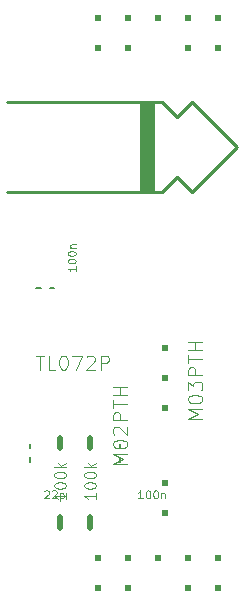
<source format=gbr>
%TF.GenerationSoftware,KiCad,Pcbnew,(5.1.5)-3*%
%TF.CreationDate,2020-03-15T10:13:34-07:00*%
%TF.ProjectId,bbf-audio_out_v1,6262662d-6175-4646-996f-5f6f75745f76,rev?*%
%TF.SameCoordinates,Original*%
%TF.FileFunction,Other,Fab,Top*%
%FSLAX46Y46*%
G04 Gerber Fmt 4.6, Leading zero omitted, Abs format (unit mm)*
G04 Created by KiCad (PCBNEW (5.1.5)-3) date 2020-03-15 10:13:34*
%MOMM*%
%LPD*%
G04 APERTURE LIST*
%ADD10C,0.100000*%
%ADD11C,0.254000*%
%ADD12C,0.508000*%
%ADD13C,0.152400*%
%ADD14C,0.120650*%
%ADD15C,0.094107*%
%ADD16C,0.067564*%
%ADD17C,0.096520*%
G04 APERTURE END LIST*
D10*
%TO.C,JP1*%
G36*
X153835100Y-81122600D02*
G01*
X153835100Y-80614600D01*
X153327100Y-80614600D01*
X153327100Y-81122600D01*
X153835100Y-81122600D01*
G37*
G36*
X153835100Y-83662600D02*
G01*
X153835100Y-83154600D01*
X153327100Y-83154600D01*
X153327100Y-83662600D01*
X153835100Y-83662600D01*
G37*
G36*
X156375100Y-83662600D02*
G01*
X156375100Y-83154600D01*
X155867100Y-83154600D01*
X155867100Y-83662600D01*
X156375100Y-83662600D01*
G37*
G36*
X156375100Y-81122600D02*
G01*
X156375100Y-80614600D01*
X155867100Y-80614600D01*
X155867100Y-81122600D01*
X156375100Y-81122600D01*
G37*
G36*
X151295100Y-81122600D02*
G01*
X151295100Y-80614600D01*
X150787100Y-80614600D01*
X150787100Y-81122600D01*
X151295100Y-81122600D01*
G37*
G36*
X148755100Y-83662600D02*
G01*
X148755100Y-83154600D01*
X148247100Y-83154600D01*
X148247100Y-83662600D01*
X148755100Y-83662600D01*
G37*
G36*
X148755100Y-81122600D02*
G01*
X148755100Y-80614600D01*
X148247100Y-80614600D01*
X148247100Y-81122600D01*
X148755100Y-81122600D01*
G37*
G36*
X146215100Y-81122600D02*
G01*
X146215100Y-80614600D01*
X145707100Y-80614600D01*
X145707100Y-81122600D01*
X146215100Y-81122600D01*
G37*
G36*
X146215100Y-83662600D02*
G01*
X146215100Y-83154600D01*
X145707100Y-83154600D01*
X145707100Y-83662600D01*
X146215100Y-83662600D01*
G37*
%TO.C,JP3*%
G36*
X153835100Y-126842600D02*
G01*
X153835100Y-126334600D01*
X153327100Y-126334600D01*
X153327100Y-126842600D01*
X153835100Y-126842600D01*
G37*
G36*
X153835100Y-129382600D02*
G01*
X153835100Y-128874600D01*
X153327100Y-128874600D01*
X153327100Y-129382600D01*
X153835100Y-129382600D01*
G37*
G36*
X156375100Y-129382600D02*
G01*
X156375100Y-128874600D01*
X155867100Y-128874600D01*
X155867100Y-129382600D01*
X156375100Y-129382600D01*
G37*
G36*
X156375100Y-126842600D02*
G01*
X156375100Y-126334600D01*
X155867100Y-126334600D01*
X155867100Y-126842600D01*
X156375100Y-126842600D01*
G37*
G36*
X151295100Y-126842600D02*
G01*
X151295100Y-126334600D01*
X150787100Y-126334600D01*
X150787100Y-126842600D01*
X151295100Y-126842600D01*
G37*
G36*
X148755100Y-129382600D02*
G01*
X148755100Y-128874600D01*
X148247100Y-128874600D01*
X148247100Y-129382600D01*
X148755100Y-129382600D01*
G37*
G36*
X148755100Y-126842600D02*
G01*
X148755100Y-126334600D01*
X148247100Y-126334600D01*
X148247100Y-126842600D01*
X148755100Y-126842600D01*
G37*
G36*
X146215100Y-126842600D02*
G01*
X146215100Y-126334600D01*
X145707100Y-126334600D01*
X145707100Y-126842600D01*
X146215100Y-126842600D01*
G37*
G36*
X146215100Y-129382600D02*
G01*
X146215100Y-128874600D01*
X145707100Y-128874600D01*
X145707100Y-129382600D01*
X146215100Y-129382600D01*
G37*
%TO.C,J5*%
G36*
X150791100Y-87968600D02*
G01*
X149521100Y-87968600D01*
X149521100Y-95588600D01*
X150791100Y-95588600D01*
X150791100Y-87968600D01*
G37*
D11*
X151426100Y-87968600D02*
X138294100Y-87968600D01*
X152696100Y-89238600D02*
X151426100Y-87968600D01*
X153966100Y-87968600D02*
X152696100Y-89238600D01*
X157776100Y-91778600D02*
X153966100Y-87968600D01*
X153966100Y-95588600D02*
X157776100Y-91778600D01*
X152696100Y-94318600D02*
X153966100Y-95588600D01*
X151426100Y-95588600D02*
X152696100Y-94318600D01*
X138294100Y-95588600D02*
X151426100Y-95588600D01*
D12*
%TO.C,R1*%
X142786100Y-116428600D02*
X142786100Y-117317600D01*
X142786100Y-124048600D02*
X142786100Y-123159600D01*
D13*
%TO.C,C1*%
X140246100Y-117317600D02*
X140246100Y-116936600D01*
X140246100Y-118460600D02*
X140246100Y-118079600D01*
D12*
%TO.C,R2*%
X145326100Y-116428600D02*
X145326100Y-117317600D01*
X145326100Y-124048600D02*
X145326100Y-123159600D01*
D10*
%TO.C,JP2*%
G36*
X151422100Y-119984600D02*
G01*
X151422100Y-120492600D01*
X151930100Y-120492600D01*
X151930100Y-119984600D01*
X151422100Y-119984600D01*
G37*
G36*
X151422100Y-122524600D02*
G01*
X151422100Y-123032600D01*
X151930100Y-123032600D01*
X151930100Y-122524600D01*
X151422100Y-122524600D01*
G37*
%TO.C,JP4*%
G36*
X151930100Y-114142600D02*
G01*
X151930100Y-113634600D01*
X151422100Y-113634600D01*
X151422100Y-114142600D01*
X151930100Y-114142600D01*
G37*
G36*
X151930100Y-111602600D02*
G01*
X151930100Y-111094600D01*
X151422100Y-111094600D01*
X151422100Y-111602600D01*
X151930100Y-111602600D01*
G37*
G36*
X151930100Y-109062600D02*
G01*
X151930100Y-108554600D01*
X151422100Y-108554600D01*
X151422100Y-109062600D01*
X151930100Y-109062600D01*
G37*
D13*
%TO.C,C2*%
X147866100Y-118079600D02*
X147866100Y-118460600D01*
X147866100Y-116936600D02*
X147866100Y-117317600D01*
%TO.C,C3*%
X141135100Y-103728600D02*
X140754100Y-103728600D01*
X142278100Y-103728600D02*
X141897100Y-103728600D01*
%TD*%
%TO.C,IC1*%
D14*
X140693427Y-109449647D02*
X141382855Y-109449647D01*
X141038141Y-110656147D02*
X141038141Y-109449647D01*
X142359546Y-110656147D02*
X141785022Y-110656147D01*
X141785022Y-109449647D01*
X142991522Y-109449647D02*
X143106427Y-109449647D01*
X143221332Y-109507100D01*
X143278784Y-109564552D01*
X143336236Y-109679457D01*
X143393689Y-109909266D01*
X143393689Y-110196528D01*
X143336236Y-110426338D01*
X143278784Y-110541242D01*
X143221332Y-110598695D01*
X143106427Y-110656147D01*
X142991522Y-110656147D01*
X142876617Y-110598695D01*
X142819165Y-110541242D01*
X142761712Y-110426338D01*
X142704260Y-110196528D01*
X142704260Y-109909266D01*
X142761712Y-109679457D01*
X142819165Y-109564552D01*
X142876617Y-109507100D01*
X142991522Y-109449647D01*
X143795855Y-109449647D02*
X144600189Y-109449647D01*
X144083117Y-110656147D01*
X145002355Y-109564552D02*
X145059808Y-109507100D01*
X145174712Y-109449647D01*
X145461974Y-109449647D01*
X145576879Y-109507100D01*
X145634332Y-109564552D01*
X145691784Y-109679457D01*
X145691784Y-109794361D01*
X145634332Y-109966719D01*
X144944903Y-110656147D01*
X145691784Y-110656147D01*
X146208855Y-110656147D02*
X146208855Y-109449647D01*
X146668474Y-109449647D01*
X146783379Y-109507100D01*
X146840832Y-109564552D01*
X146898284Y-109679457D01*
X146898284Y-109851814D01*
X146840832Y-109966719D01*
X146783379Y-110024171D01*
X146668474Y-110081623D01*
X146208855Y-110081623D01*
%TO.C,R1*%
D15*
X143223887Y-121086024D02*
X143223887Y-121623779D01*
X143223887Y-121354901D02*
X142282817Y-121354901D01*
X142417255Y-121444527D01*
X142506881Y-121534153D01*
X142551694Y-121623779D01*
X142282817Y-120503457D02*
X142282817Y-120413831D01*
X142327630Y-120324206D01*
X142372442Y-120279393D01*
X142462068Y-120234580D01*
X142641320Y-120189767D01*
X142865384Y-120189767D01*
X143044635Y-120234580D01*
X143134261Y-120279393D01*
X143179074Y-120324206D01*
X143223887Y-120413831D01*
X143223887Y-120503457D01*
X143179074Y-120593083D01*
X143134261Y-120637896D01*
X143044635Y-120682709D01*
X142865384Y-120727521D01*
X142641320Y-120727521D01*
X142462068Y-120682709D01*
X142372442Y-120637896D01*
X142327630Y-120593083D01*
X142282817Y-120503457D01*
X142282817Y-119607200D02*
X142282817Y-119517574D01*
X142327630Y-119427949D01*
X142372442Y-119383136D01*
X142462068Y-119338323D01*
X142641320Y-119293510D01*
X142865384Y-119293510D01*
X143044635Y-119338323D01*
X143134261Y-119383136D01*
X143179074Y-119427949D01*
X143223887Y-119517574D01*
X143223887Y-119607200D01*
X143179074Y-119696826D01*
X143134261Y-119741639D01*
X143044635Y-119786451D01*
X142865384Y-119831264D01*
X142641320Y-119831264D01*
X142462068Y-119786451D01*
X142372442Y-119741639D01*
X142327630Y-119696826D01*
X142282817Y-119607200D01*
X143223887Y-118890194D02*
X142282817Y-118890194D01*
X142865384Y-118800569D02*
X143223887Y-118531691D01*
X142596507Y-118531691D02*
X142955010Y-118890194D01*
%TO.C,C1*%
D16*
X141434709Y-120928633D02*
X141466883Y-120896460D01*
X141531229Y-120864286D01*
X141692096Y-120864286D01*
X141756443Y-120896460D01*
X141788616Y-120928633D01*
X141820789Y-120992980D01*
X141820789Y-121057326D01*
X141788616Y-121153846D01*
X141402536Y-121539926D01*
X141820789Y-121539926D01*
X142078176Y-120928633D02*
X142110349Y-120896460D01*
X142174696Y-120864286D01*
X142335563Y-120864286D01*
X142399909Y-120896460D01*
X142432083Y-120928633D01*
X142464256Y-120992980D01*
X142464256Y-121057326D01*
X142432083Y-121153846D01*
X142046003Y-121539926D01*
X142464256Y-121539926D01*
X142753816Y-121089500D02*
X142753816Y-121765140D01*
X142753816Y-121121673D02*
X142818163Y-121089500D01*
X142946856Y-121089500D01*
X143011203Y-121121673D01*
X143043376Y-121153846D01*
X143075549Y-121218193D01*
X143075549Y-121411233D01*
X143043376Y-121475580D01*
X143011203Y-121507753D01*
X142946856Y-121539926D01*
X142818163Y-121539926D01*
X142753816Y-121507753D01*
%TO.C,R2*%
D15*
X145763887Y-121086024D02*
X145763887Y-121623779D01*
X145763887Y-121354901D02*
X144822817Y-121354901D01*
X144957255Y-121444527D01*
X145046881Y-121534153D01*
X145091694Y-121623779D01*
X144822817Y-120503457D02*
X144822817Y-120413831D01*
X144867630Y-120324206D01*
X144912442Y-120279393D01*
X145002068Y-120234580D01*
X145181320Y-120189767D01*
X145405384Y-120189767D01*
X145584635Y-120234580D01*
X145674261Y-120279393D01*
X145719074Y-120324206D01*
X145763887Y-120413831D01*
X145763887Y-120503457D01*
X145719074Y-120593083D01*
X145674261Y-120637896D01*
X145584635Y-120682709D01*
X145405384Y-120727521D01*
X145181320Y-120727521D01*
X145002068Y-120682709D01*
X144912442Y-120637896D01*
X144867630Y-120593083D01*
X144822817Y-120503457D01*
X144822817Y-119607200D02*
X144822817Y-119517574D01*
X144867630Y-119427949D01*
X144912442Y-119383136D01*
X145002068Y-119338323D01*
X145181320Y-119293510D01*
X145405384Y-119293510D01*
X145584635Y-119338323D01*
X145674261Y-119383136D01*
X145719074Y-119427949D01*
X145763887Y-119517574D01*
X145763887Y-119607200D01*
X145719074Y-119696826D01*
X145674261Y-119741639D01*
X145584635Y-119786451D01*
X145405384Y-119831264D01*
X145181320Y-119831264D01*
X145002068Y-119786451D01*
X144912442Y-119741639D01*
X144867630Y-119696826D01*
X144822817Y-119607200D01*
X145763887Y-118890194D02*
X144822817Y-118890194D01*
X145405384Y-118800569D02*
X145763887Y-118531691D01*
X145136507Y-118531691D02*
X145495010Y-118890194D01*
%TO.C,JP2*%
D17*
X148443647Y-118618600D02*
X147237147Y-118618600D01*
X148098933Y-118216433D01*
X147237147Y-117814266D01*
X148443647Y-117814266D01*
X147237147Y-117009933D02*
X147237147Y-116895028D01*
X147294600Y-116780123D01*
X147352052Y-116722671D01*
X147466957Y-116665219D01*
X147696766Y-116607766D01*
X147984028Y-116607766D01*
X148213838Y-116665219D01*
X148328742Y-116722671D01*
X148386195Y-116780123D01*
X148443647Y-116895028D01*
X148443647Y-117009933D01*
X148386195Y-117124838D01*
X148328742Y-117182290D01*
X148213838Y-117239742D01*
X147984028Y-117297195D01*
X147696766Y-117297195D01*
X147466957Y-117239742D01*
X147352052Y-117182290D01*
X147294600Y-117124838D01*
X147237147Y-117009933D01*
X147352052Y-116148147D02*
X147294600Y-116090695D01*
X147237147Y-115975790D01*
X147237147Y-115688528D01*
X147294600Y-115573623D01*
X147352052Y-115516171D01*
X147466957Y-115458719D01*
X147581861Y-115458719D01*
X147754219Y-115516171D01*
X148443647Y-116205600D01*
X148443647Y-115458719D01*
X148443647Y-114941647D02*
X147237147Y-114941647D01*
X147237147Y-114482028D01*
X147294600Y-114367123D01*
X147352052Y-114309671D01*
X147466957Y-114252219D01*
X147639314Y-114252219D01*
X147754219Y-114309671D01*
X147811671Y-114367123D01*
X147869123Y-114482028D01*
X147869123Y-114941647D01*
X147237147Y-113907504D02*
X147237147Y-113218076D01*
X148443647Y-113562790D02*
X147237147Y-113562790D01*
X148443647Y-112815909D02*
X147237147Y-112815909D01*
X147811671Y-112815909D02*
X147811671Y-112126481D01*
X148443647Y-112126481D02*
X147237147Y-112126481D01*
%TO.C,JP4*%
X154793647Y-114808600D02*
X153587147Y-114808600D01*
X154448933Y-114406433D01*
X153587147Y-114004266D01*
X154793647Y-114004266D01*
X153587147Y-113199933D02*
X153587147Y-113085028D01*
X153644600Y-112970123D01*
X153702052Y-112912671D01*
X153816957Y-112855219D01*
X154046766Y-112797766D01*
X154334028Y-112797766D01*
X154563838Y-112855219D01*
X154678742Y-112912671D01*
X154736195Y-112970123D01*
X154793647Y-113085028D01*
X154793647Y-113199933D01*
X154736195Y-113314838D01*
X154678742Y-113372290D01*
X154563838Y-113429742D01*
X154334028Y-113487195D01*
X154046766Y-113487195D01*
X153816957Y-113429742D01*
X153702052Y-113372290D01*
X153644600Y-113314838D01*
X153587147Y-113199933D01*
X153587147Y-112395600D02*
X153587147Y-111648719D01*
X154046766Y-112050885D01*
X154046766Y-111878528D01*
X154104219Y-111763623D01*
X154161671Y-111706171D01*
X154276576Y-111648719D01*
X154563838Y-111648719D01*
X154678742Y-111706171D01*
X154736195Y-111763623D01*
X154793647Y-111878528D01*
X154793647Y-112223242D01*
X154736195Y-112338147D01*
X154678742Y-112395600D01*
X154793647Y-111131647D02*
X153587147Y-111131647D01*
X153587147Y-110672028D01*
X153644600Y-110557123D01*
X153702052Y-110499671D01*
X153816957Y-110442219D01*
X153989314Y-110442219D01*
X154104219Y-110499671D01*
X154161671Y-110557123D01*
X154219123Y-110672028D01*
X154219123Y-111131647D01*
X153587147Y-110097504D02*
X153587147Y-109408076D01*
X154793647Y-109752790D02*
X153587147Y-109752790D01*
X154793647Y-109005909D02*
X153587147Y-109005909D01*
X154161671Y-109005909D02*
X154161671Y-108316481D01*
X154793647Y-108316481D02*
X153587147Y-108316481D01*
%TO.C,C2*%
D16*
X149758289Y-121539926D02*
X149372209Y-121539926D01*
X149565249Y-121539926D02*
X149565249Y-120864286D01*
X149500903Y-120960806D01*
X149436556Y-121025153D01*
X149372209Y-121057326D01*
X150176543Y-120864286D02*
X150240889Y-120864286D01*
X150305236Y-120896460D01*
X150337409Y-120928633D01*
X150369583Y-120992980D01*
X150401756Y-121121673D01*
X150401756Y-121282540D01*
X150369583Y-121411233D01*
X150337409Y-121475580D01*
X150305236Y-121507753D01*
X150240889Y-121539926D01*
X150176543Y-121539926D01*
X150112196Y-121507753D01*
X150080023Y-121475580D01*
X150047849Y-121411233D01*
X150015676Y-121282540D01*
X150015676Y-121121673D01*
X150047849Y-120992980D01*
X150080023Y-120928633D01*
X150112196Y-120896460D01*
X150176543Y-120864286D01*
X150820009Y-120864286D02*
X150884356Y-120864286D01*
X150948703Y-120896460D01*
X150980876Y-120928633D01*
X151013049Y-120992980D01*
X151045223Y-121121673D01*
X151045223Y-121282540D01*
X151013049Y-121411233D01*
X150980876Y-121475580D01*
X150948703Y-121507753D01*
X150884356Y-121539926D01*
X150820009Y-121539926D01*
X150755663Y-121507753D01*
X150723489Y-121475580D01*
X150691316Y-121411233D01*
X150659143Y-121282540D01*
X150659143Y-121121673D01*
X150691316Y-120992980D01*
X150723489Y-120928633D01*
X150755663Y-120896460D01*
X150820009Y-120864286D01*
X151334783Y-121089500D02*
X151334783Y-121539926D01*
X151334783Y-121153846D02*
X151366956Y-121121673D01*
X151431303Y-121089500D01*
X151527823Y-121089500D01*
X151592169Y-121121673D01*
X151624343Y-121186020D01*
X151624343Y-121539926D01*
%TO.C,C3*%
X144087426Y-101899910D02*
X144087426Y-102285990D01*
X144087426Y-102092950D02*
X143411786Y-102092950D01*
X143508306Y-102157296D01*
X143572653Y-102221643D01*
X143604826Y-102285990D01*
X143411786Y-101481656D02*
X143411786Y-101417310D01*
X143443960Y-101352963D01*
X143476133Y-101320790D01*
X143540480Y-101288616D01*
X143669173Y-101256443D01*
X143830040Y-101256443D01*
X143958733Y-101288616D01*
X144023080Y-101320790D01*
X144055253Y-101352963D01*
X144087426Y-101417310D01*
X144087426Y-101481656D01*
X144055253Y-101546003D01*
X144023080Y-101578176D01*
X143958733Y-101610350D01*
X143830040Y-101642523D01*
X143669173Y-101642523D01*
X143540480Y-101610350D01*
X143476133Y-101578176D01*
X143443960Y-101546003D01*
X143411786Y-101481656D01*
X143411786Y-100838190D02*
X143411786Y-100773843D01*
X143443960Y-100709496D01*
X143476133Y-100677323D01*
X143540480Y-100645150D01*
X143669173Y-100612976D01*
X143830040Y-100612976D01*
X143958733Y-100645150D01*
X144023080Y-100677323D01*
X144055253Y-100709496D01*
X144087426Y-100773843D01*
X144087426Y-100838190D01*
X144055253Y-100902536D01*
X144023080Y-100934710D01*
X143958733Y-100966883D01*
X143830040Y-100999056D01*
X143669173Y-100999056D01*
X143540480Y-100966883D01*
X143476133Y-100934710D01*
X143443960Y-100902536D01*
X143411786Y-100838190D01*
X143637000Y-100323416D02*
X144087426Y-100323416D01*
X143701346Y-100323416D02*
X143669173Y-100291243D01*
X143637000Y-100226896D01*
X143637000Y-100130376D01*
X143669173Y-100066030D01*
X143733520Y-100033856D01*
X144087426Y-100033856D01*
%TD*%
M02*

</source>
